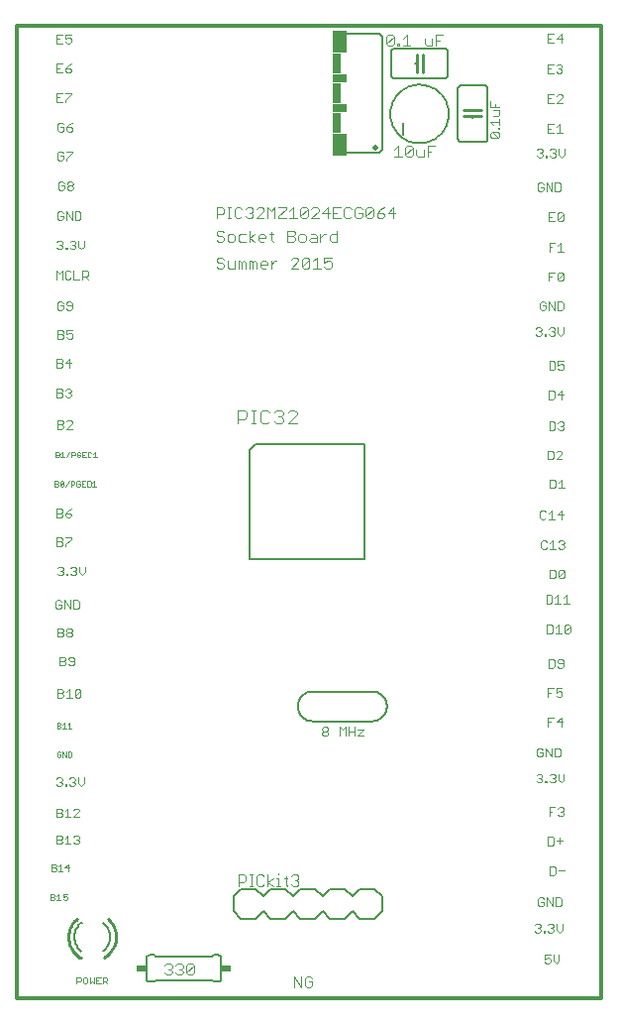
<source format=gto>
G75*
G70*
%OFA0B0*%
%FSLAX24Y24*%
%IPPOS*%
%LPD*%
%AMOC8*
5,1,8,0,0,1.08239X$1,22.5*
%
%ADD10C,0.0030*%
%ADD11C,0.0020*%
%ADD12C,0.0120*%
%ADD13C,0.0080*%
%ADD14C,0.0040*%
%ADD15C,0.0050*%
%ADD16C,0.0200*%
%ADD17C,0.0060*%
%ADD18R,0.0500X0.0750*%
%ADD19R,0.0300X0.0700*%
%ADD20R,0.0500X0.0300*%
%ADD21C,0.0100*%
%ADD22R,0.0340X0.0240*%
D10*
X001502Y005343D02*
X001647Y005343D01*
X001696Y005391D01*
X001696Y005439D01*
X001647Y005488D01*
X001502Y005488D01*
X001502Y005343D02*
X001502Y005633D01*
X001647Y005633D01*
X001696Y005584D01*
X001696Y005536D01*
X001647Y005488D01*
X001797Y005536D02*
X001894Y005633D01*
X001894Y005343D01*
X001990Y005343D02*
X001797Y005343D01*
X002092Y005391D02*
X002140Y005343D01*
X002237Y005343D01*
X002285Y005391D01*
X002285Y005439D01*
X002237Y005488D01*
X002188Y005488D01*
X002237Y005488D02*
X002285Y005536D01*
X002285Y005584D01*
X002237Y005633D01*
X002140Y005633D01*
X002092Y005584D01*
X002092Y006248D02*
X002285Y006442D01*
X002285Y006490D01*
X002237Y006538D01*
X002140Y006538D01*
X002092Y006490D01*
X001894Y006538D02*
X001894Y006248D01*
X001990Y006248D02*
X001797Y006248D01*
X001696Y006296D02*
X001647Y006248D01*
X001502Y006248D01*
X001502Y006538D01*
X001647Y006538D01*
X001696Y006490D01*
X001696Y006442D01*
X001647Y006393D01*
X001502Y006393D01*
X001647Y006393D02*
X001696Y006345D01*
X001696Y006296D01*
X001797Y006442D02*
X001894Y006538D01*
X002092Y006248D02*
X002285Y006248D01*
X002336Y007291D02*
X002432Y007388D01*
X002432Y007582D01*
X002239Y007582D02*
X002239Y007388D01*
X002336Y007291D01*
X002138Y007340D02*
X002089Y007291D01*
X001993Y007291D01*
X001944Y007340D01*
X001845Y007340D02*
X001845Y007291D01*
X001797Y007291D01*
X001797Y007340D01*
X001845Y007340D01*
X001696Y007340D02*
X001647Y007291D01*
X001551Y007291D01*
X001502Y007340D01*
X001599Y007436D02*
X001647Y007436D01*
X001696Y007388D01*
X001696Y007340D01*
X001647Y007436D02*
X001696Y007485D01*
X001696Y007533D01*
X001647Y007582D01*
X001551Y007582D01*
X001502Y007533D01*
X001944Y007533D02*
X001993Y007582D01*
X002089Y007582D01*
X002138Y007533D01*
X002138Y007485D01*
X002089Y007436D01*
X002138Y007388D01*
X002138Y007340D01*
X002089Y007436D02*
X002041Y007436D01*
X002030Y010264D02*
X001836Y010264D01*
X001933Y010264D02*
X001933Y010554D01*
X001836Y010457D01*
X001735Y010457D02*
X001687Y010409D01*
X001542Y010409D01*
X001687Y010409D02*
X001735Y010361D01*
X001735Y010312D01*
X001687Y010264D01*
X001542Y010264D01*
X001542Y010554D01*
X001687Y010554D01*
X001735Y010506D01*
X001735Y010457D01*
X002131Y010506D02*
X002179Y010554D01*
X002276Y010554D01*
X002324Y010506D01*
X002131Y010312D01*
X002179Y010264D01*
X002276Y010264D01*
X002324Y010312D01*
X002324Y010506D01*
X002131Y010506D02*
X002131Y010312D01*
X002060Y011346D02*
X001963Y011346D01*
X001915Y011395D01*
X001814Y011395D02*
X001765Y011346D01*
X001620Y011346D01*
X001620Y011637D01*
X001765Y011637D01*
X001814Y011588D01*
X001814Y011540D01*
X001765Y011492D01*
X001620Y011492D01*
X001765Y011492D02*
X001814Y011443D01*
X001814Y011395D01*
X001915Y011540D02*
X001963Y011492D01*
X002108Y011492D01*
X002108Y011588D02*
X002108Y011395D01*
X002060Y011346D01*
X001915Y011540D02*
X001915Y011588D01*
X001963Y011637D01*
X002060Y011637D01*
X002108Y011588D01*
X001981Y012311D02*
X001885Y012311D01*
X001836Y012359D01*
X001836Y012408D01*
X001885Y012456D01*
X001981Y012456D01*
X002030Y012408D01*
X002030Y012359D01*
X001981Y012311D01*
X001981Y012456D02*
X002030Y012505D01*
X002030Y012553D01*
X001981Y012601D01*
X001885Y012601D01*
X001836Y012553D01*
X001836Y012505D01*
X001885Y012456D01*
X001735Y012408D02*
X001735Y012359D01*
X001687Y012311D01*
X001542Y012311D01*
X001542Y012601D01*
X001687Y012601D01*
X001735Y012553D01*
X001735Y012505D01*
X001687Y012456D01*
X001542Y012456D01*
X001687Y012456D02*
X001735Y012408D01*
X001777Y013256D02*
X001777Y013546D01*
X001971Y013256D01*
X001971Y013546D01*
X002072Y013546D02*
X002072Y013256D01*
X002217Y013256D01*
X002265Y013304D01*
X002265Y013498D01*
X002217Y013546D01*
X002072Y013546D01*
X001676Y013498D02*
X001628Y013546D01*
X001531Y013546D01*
X001483Y013498D01*
X001483Y013304D01*
X001531Y013256D01*
X001628Y013256D01*
X001676Y013304D01*
X001676Y013401D01*
X001579Y013401D01*
X001590Y014378D02*
X001542Y014426D01*
X001590Y014378D02*
X001687Y014378D01*
X001735Y014426D01*
X001735Y014475D01*
X001687Y014523D01*
X001638Y014523D01*
X001687Y014523D02*
X001735Y014571D01*
X001735Y014620D01*
X001687Y014668D01*
X001590Y014668D01*
X001542Y014620D01*
X001836Y014426D02*
X001885Y014426D01*
X001885Y014378D01*
X001836Y014378D01*
X001836Y014426D01*
X001984Y014426D02*
X002032Y014378D01*
X002129Y014378D01*
X002177Y014426D01*
X002177Y014475D01*
X002129Y014523D01*
X002080Y014523D01*
X002129Y014523D02*
X002177Y014571D01*
X002177Y014620D01*
X002129Y014668D01*
X002032Y014668D01*
X001984Y014620D01*
X002278Y014668D02*
X002278Y014475D01*
X002375Y014378D01*
X002472Y014475D01*
X002472Y014668D01*
X001817Y015362D02*
X001817Y015411D01*
X002010Y015604D01*
X002010Y015652D01*
X001817Y015652D01*
X001715Y015604D02*
X001715Y015556D01*
X001667Y015507D01*
X001522Y015507D01*
X001522Y015362D02*
X001667Y015362D01*
X001715Y015411D01*
X001715Y015459D01*
X001667Y015507D01*
X001715Y015604D02*
X001667Y015652D01*
X001522Y015652D01*
X001522Y015362D01*
X001522Y016327D02*
X001667Y016327D01*
X001715Y016375D01*
X001715Y016424D01*
X001667Y016472D01*
X001522Y016472D01*
X001522Y016327D02*
X001522Y016617D01*
X001667Y016617D01*
X001715Y016569D01*
X001715Y016520D01*
X001667Y016472D01*
X001817Y016472D02*
X001913Y016569D01*
X002010Y016617D01*
X001962Y016472D02*
X001817Y016472D01*
X001817Y016375D01*
X001865Y016327D01*
X001962Y016327D01*
X002010Y016375D01*
X002010Y016424D01*
X001962Y016472D01*
X002030Y019299D02*
X001836Y019299D01*
X002030Y019493D01*
X002030Y019541D01*
X001981Y019589D01*
X001885Y019589D01*
X001836Y019541D01*
X001735Y019541D02*
X001735Y019493D01*
X001687Y019444D01*
X001542Y019444D01*
X001687Y019444D02*
X001735Y019396D01*
X001735Y019348D01*
X001687Y019299D01*
X001542Y019299D01*
X001542Y019589D01*
X001687Y019589D01*
X001735Y019541D01*
X001667Y020362D02*
X001522Y020362D01*
X001522Y020652D01*
X001667Y020652D01*
X001715Y020604D01*
X001715Y020556D01*
X001667Y020507D01*
X001522Y020507D01*
X001667Y020507D02*
X001715Y020459D01*
X001715Y020411D01*
X001667Y020362D01*
X001817Y020411D02*
X001865Y020362D01*
X001962Y020362D01*
X002010Y020411D01*
X002010Y020459D01*
X001962Y020507D01*
X001913Y020507D01*
X001962Y020507D02*
X002010Y020556D01*
X002010Y020604D01*
X001962Y020652D01*
X001865Y020652D01*
X001817Y020604D01*
X001962Y021366D02*
X001962Y021656D01*
X001817Y021511D01*
X002010Y021511D01*
X001715Y021463D02*
X001715Y021415D01*
X001667Y021366D01*
X001522Y021366D01*
X001522Y021656D01*
X001667Y021656D01*
X001715Y021608D01*
X001715Y021560D01*
X001667Y021511D01*
X001522Y021511D01*
X001667Y021511D02*
X001715Y021463D01*
X001706Y022331D02*
X001561Y022331D01*
X001561Y022621D01*
X001706Y022621D01*
X001755Y022573D01*
X001755Y022524D01*
X001706Y022476D01*
X001561Y022476D01*
X001706Y022476D02*
X001755Y022427D01*
X001755Y022379D01*
X001706Y022331D01*
X001856Y022379D02*
X001904Y022331D01*
X002001Y022331D01*
X002049Y022379D01*
X002049Y022476D01*
X002001Y022524D01*
X001953Y022524D01*
X001856Y022476D01*
X001856Y022621D01*
X002049Y022621D01*
X001981Y023295D02*
X002030Y023344D01*
X002030Y023537D01*
X001981Y023586D01*
X001885Y023586D01*
X001836Y023537D01*
X001836Y023489D01*
X001885Y023440D01*
X002030Y023440D01*
X001981Y023295D02*
X001885Y023295D01*
X001836Y023344D01*
X001735Y023344D02*
X001735Y023440D01*
X001638Y023440D01*
X001542Y023344D02*
X001542Y023537D01*
X001590Y023586D01*
X001687Y023586D01*
X001735Y023537D01*
X001735Y023344D02*
X001687Y023295D01*
X001590Y023295D01*
X001542Y023344D01*
X001502Y024339D02*
X001502Y024629D01*
X001599Y024532D01*
X001696Y024629D01*
X001696Y024339D01*
X001797Y024387D02*
X001845Y024339D01*
X001942Y024339D01*
X001990Y024387D01*
X002092Y024339D02*
X002092Y024629D01*
X001990Y024580D02*
X001942Y024629D01*
X001845Y024629D01*
X001797Y024580D01*
X001797Y024387D01*
X002092Y024339D02*
X002285Y024339D01*
X002386Y024339D02*
X002386Y024629D01*
X002531Y024629D01*
X002580Y024580D01*
X002580Y024484D01*
X002531Y024435D01*
X002386Y024435D01*
X002483Y024435D02*
X002580Y024339D01*
X002355Y025343D02*
X002452Y025439D01*
X002452Y025633D01*
X002259Y025633D02*
X002259Y025439D01*
X002355Y025343D01*
X002157Y025391D02*
X002157Y025439D01*
X002109Y025488D01*
X002061Y025488D01*
X002109Y025488D02*
X002157Y025536D01*
X002157Y025584D01*
X002109Y025633D01*
X002012Y025633D01*
X001964Y025584D01*
X001964Y025391D02*
X002012Y025343D01*
X002109Y025343D01*
X002157Y025391D01*
X001865Y025391D02*
X001865Y025343D01*
X001817Y025343D01*
X001817Y025391D01*
X001865Y025391D01*
X001715Y025391D02*
X001715Y025439D01*
X001667Y025488D01*
X001619Y025488D01*
X001667Y025488D02*
X001715Y025536D01*
X001715Y025584D01*
X001667Y025633D01*
X001570Y025633D01*
X001522Y025584D01*
X001522Y025391D02*
X001570Y025343D01*
X001667Y025343D01*
X001715Y025391D01*
X001687Y026327D02*
X001590Y026327D01*
X001542Y026375D01*
X001542Y026569D01*
X001590Y026617D01*
X001687Y026617D01*
X001735Y026569D01*
X001735Y026472D02*
X001638Y026472D01*
X001735Y026472D02*
X001735Y026375D01*
X001687Y026327D01*
X001836Y026327D02*
X001836Y026617D01*
X002030Y026327D01*
X002030Y026617D01*
X002131Y026617D02*
X002276Y026617D01*
X002324Y026569D01*
X002324Y026375D01*
X002276Y026327D01*
X002131Y026327D01*
X002131Y026617D01*
X002021Y027331D02*
X001924Y027331D01*
X001876Y027379D01*
X001876Y027427D01*
X001924Y027476D01*
X002021Y027476D01*
X002069Y027427D01*
X002069Y027379D01*
X002021Y027331D01*
X002021Y027476D02*
X002069Y027524D01*
X002069Y027573D01*
X002021Y027621D01*
X001924Y027621D01*
X001876Y027573D01*
X001876Y027524D01*
X001924Y027476D01*
X001774Y027476D02*
X001774Y027379D01*
X001726Y027331D01*
X001629Y027331D01*
X001581Y027379D01*
X001581Y027573D01*
X001629Y027621D01*
X001726Y027621D01*
X001774Y027573D01*
X001774Y027476D02*
X001678Y027476D01*
X001687Y028335D02*
X001590Y028335D01*
X001542Y028383D01*
X001542Y028577D01*
X001590Y028625D01*
X001687Y028625D01*
X001735Y028577D01*
X001735Y028480D02*
X001638Y028480D01*
X001735Y028480D02*
X001735Y028383D01*
X001687Y028335D01*
X001836Y028335D02*
X001836Y028383D01*
X002030Y028577D01*
X002030Y028625D01*
X001836Y028625D01*
X001904Y029299D02*
X002001Y029299D01*
X002049Y029348D01*
X002049Y029396D01*
X002001Y029444D01*
X001856Y029444D01*
X001856Y029348D01*
X001904Y029299D01*
X001856Y029444D02*
X001953Y029541D01*
X002049Y029589D01*
X001755Y029541D02*
X001706Y029589D01*
X001610Y029589D01*
X001561Y029541D01*
X001561Y029348D01*
X001610Y029299D01*
X001706Y029299D01*
X001755Y029348D01*
X001755Y029444D01*
X001658Y029444D01*
X001715Y030303D02*
X001522Y030303D01*
X001522Y030593D01*
X001715Y030593D01*
X001817Y030593D02*
X002010Y030593D01*
X002010Y030545D01*
X001817Y030352D01*
X001817Y030303D01*
X001619Y030448D02*
X001522Y030448D01*
X001522Y031287D02*
X001715Y031287D01*
X001817Y031336D02*
X001817Y031433D01*
X001962Y031433D01*
X002010Y031384D01*
X002010Y031336D01*
X001962Y031287D01*
X001865Y031287D01*
X001817Y031336D01*
X001817Y031433D02*
X001913Y031529D01*
X002010Y031578D01*
X001715Y031578D02*
X001522Y031578D01*
X001522Y031287D01*
X001522Y031433D02*
X001619Y031433D01*
X001522Y032272D02*
X001715Y032272D01*
X001817Y032320D02*
X001865Y032272D01*
X001962Y032272D01*
X002010Y032320D01*
X002010Y032417D01*
X001962Y032465D01*
X001913Y032465D01*
X001817Y032417D01*
X001817Y032562D01*
X002010Y032562D01*
X001715Y032562D02*
X001522Y032562D01*
X001522Y032272D01*
X001522Y032417D02*
X001619Y032417D01*
X006896Y026756D02*
X006896Y026386D01*
X006896Y026509D02*
X007081Y026509D01*
X007143Y026571D01*
X007143Y026694D01*
X007081Y026756D01*
X006896Y026756D01*
X007264Y026756D02*
X007388Y026756D01*
X007326Y026756D02*
X007326Y026386D01*
X007264Y026386D02*
X007388Y026386D01*
X007510Y026448D02*
X007571Y026386D01*
X007695Y026386D01*
X007757Y026448D01*
X007878Y026448D02*
X007940Y026386D01*
X008063Y026386D01*
X008125Y026448D01*
X008125Y026509D01*
X008063Y026571D01*
X008001Y026571D01*
X008063Y026571D02*
X008125Y026633D01*
X008125Y026694D01*
X008063Y026756D01*
X007940Y026756D01*
X007878Y026694D01*
X007757Y026694D02*
X007695Y026756D01*
X007571Y026756D01*
X007510Y026694D01*
X007510Y026448D01*
X007449Y025845D02*
X007326Y025845D01*
X007264Y025784D01*
X007264Y025660D01*
X007326Y025598D01*
X007449Y025598D01*
X007511Y025660D01*
X007511Y025784D01*
X007449Y025845D01*
X007633Y025784D02*
X007633Y025660D01*
X007694Y025598D01*
X007879Y025598D01*
X008001Y025598D02*
X008001Y025969D01*
X007879Y025845D02*
X007694Y025845D01*
X007633Y025784D01*
X008001Y025722D02*
X008186Y025845D01*
X008308Y025784D02*
X008308Y025660D01*
X008369Y025598D01*
X008493Y025598D01*
X008555Y025722D02*
X008308Y025722D01*
X008308Y025784D02*
X008369Y025845D01*
X008493Y025845D01*
X008555Y025784D01*
X008555Y025722D01*
X008676Y025845D02*
X008799Y025845D01*
X008738Y025907D02*
X008738Y025660D01*
X008799Y025598D01*
X008737Y024940D02*
X008737Y024693D01*
X008737Y024816D02*
X008861Y024940D01*
X008923Y024940D01*
X008616Y024878D02*
X008616Y024816D01*
X008369Y024816D01*
X008369Y024755D02*
X008369Y024878D01*
X008431Y024940D01*
X008554Y024940D01*
X008616Y024878D01*
X008554Y024693D02*
X008431Y024693D01*
X008369Y024755D01*
X008248Y024693D02*
X008248Y024878D01*
X008186Y024940D01*
X008124Y024878D01*
X008124Y024693D01*
X008001Y024693D02*
X008001Y024940D01*
X008063Y024940D01*
X008124Y024878D01*
X007879Y024878D02*
X007879Y024693D01*
X007756Y024693D02*
X007756Y024878D01*
X007818Y024940D01*
X007879Y024878D01*
X007756Y024878D02*
X007694Y024940D01*
X007633Y024940D01*
X007633Y024693D01*
X007511Y024693D02*
X007511Y024940D01*
X007264Y024940D02*
X007264Y024755D01*
X007326Y024693D01*
X007511Y024693D01*
X007143Y024755D02*
X007081Y024693D01*
X006958Y024693D01*
X006896Y024755D01*
X006958Y024878D02*
X007081Y024878D01*
X007143Y024816D01*
X007143Y024755D01*
X006958Y024878D02*
X006896Y024940D01*
X006896Y025002D01*
X006958Y025063D01*
X007081Y025063D01*
X007143Y025002D01*
X007081Y025598D02*
X006958Y025598D01*
X006896Y025660D01*
X006958Y025784D02*
X007081Y025784D01*
X007143Y025722D01*
X007143Y025660D01*
X007081Y025598D01*
X006958Y025784D02*
X006896Y025845D01*
X006896Y025907D01*
X006958Y025969D01*
X007081Y025969D01*
X007143Y025907D01*
X008001Y025722D02*
X008186Y025598D01*
X008246Y026386D02*
X008493Y026633D01*
X008493Y026694D01*
X008432Y026756D01*
X008308Y026756D01*
X008246Y026694D01*
X008246Y026386D02*
X008493Y026386D01*
X008615Y026386D02*
X008615Y026756D01*
X008738Y026633D01*
X008862Y026756D01*
X008862Y026386D01*
X008983Y026386D02*
X009230Y026386D01*
X009351Y026386D02*
X009598Y026386D01*
X009475Y026386D02*
X009475Y026756D01*
X009351Y026633D01*
X009230Y026694D02*
X008983Y026448D01*
X008983Y026386D01*
X008983Y026756D02*
X009230Y026756D01*
X009230Y026694D01*
X009720Y026694D02*
X009781Y026756D01*
X009905Y026756D01*
X009966Y026694D01*
X009720Y026448D01*
X009781Y026386D01*
X009905Y026386D01*
X009966Y026448D01*
X009966Y026694D01*
X010088Y026694D02*
X010150Y026756D01*
X010273Y026756D01*
X010335Y026694D01*
X010335Y026633D01*
X010088Y026386D01*
X010335Y026386D01*
X010456Y026571D02*
X010703Y026571D01*
X010825Y026571D02*
X010948Y026571D01*
X010825Y026386D02*
X011071Y026386D01*
X011193Y026448D02*
X011255Y026386D01*
X011378Y026386D01*
X011440Y026448D01*
X011561Y026448D02*
X011623Y026386D01*
X011746Y026386D01*
X011808Y026448D01*
X011808Y026571D01*
X011685Y026571D01*
X011808Y026694D02*
X011746Y026756D01*
X011623Y026756D01*
X011561Y026694D01*
X011561Y026448D01*
X011440Y026694D02*
X011378Y026756D01*
X011255Y026756D01*
X011193Y026694D01*
X011193Y026448D01*
X011071Y026756D02*
X010825Y026756D01*
X010825Y026386D01*
X010641Y026386D02*
X010641Y026756D01*
X010456Y026571D01*
X010395Y025845D02*
X010395Y025598D01*
X010273Y025598D02*
X010088Y025598D01*
X010026Y025660D01*
X010088Y025722D01*
X010273Y025722D01*
X010273Y025784D02*
X010273Y025598D01*
X010395Y025722D02*
X010518Y025845D01*
X010580Y025845D01*
X010702Y025784D02*
X010702Y025660D01*
X010763Y025598D01*
X010949Y025598D01*
X010949Y025969D01*
X010949Y025845D02*
X010763Y025845D01*
X010702Y025784D01*
X010273Y025784D02*
X010212Y025845D01*
X010088Y025845D01*
X009905Y025784D02*
X009905Y025660D01*
X009843Y025598D01*
X009720Y025598D01*
X009658Y025660D01*
X009658Y025784D01*
X009720Y025845D01*
X009843Y025845D01*
X009905Y025784D01*
X009537Y025845D02*
X009475Y025784D01*
X009290Y025784D01*
X009290Y025969D02*
X009475Y025969D01*
X009537Y025907D01*
X009537Y025845D01*
X009475Y025784D02*
X009537Y025722D01*
X009537Y025660D01*
X009475Y025598D01*
X009290Y025598D01*
X009290Y025969D01*
X009720Y026448D02*
X009720Y026694D01*
X009598Y025063D02*
X009474Y025063D01*
X009413Y025002D01*
X009598Y025063D02*
X009660Y025002D01*
X009660Y024940D01*
X009413Y024693D01*
X009660Y024693D01*
X009781Y024755D02*
X010028Y025002D01*
X010028Y024755D01*
X009966Y024693D01*
X009843Y024693D01*
X009781Y024755D01*
X009781Y025002D01*
X009843Y025063D01*
X009966Y025063D01*
X010028Y025002D01*
X010149Y024940D02*
X010273Y025063D01*
X010273Y024693D01*
X010396Y024693D02*
X010149Y024693D01*
X010518Y024755D02*
X010579Y024693D01*
X010703Y024693D01*
X010764Y024755D01*
X010764Y024878D01*
X010703Y024940D01*
X010641Y024940D01*
X010518Y024878D01*
X010518Y025063D01*
X010764Y025063D01*
X011991Y026386D02*
X011929Y026448D01*
X012176Y026694D01*
X012176Y026448D01*
X012115Y026386D01*
X011991Y026386D01*
X011929Y026448D02*
X011929Y026694D01*
X011991Y026756D01*
X012115Y026756D01*
X012176Y026694D01*
X012298Y026571D02*
X012483Y026571D01*
X012545Y026509D01*
X012545Y026448D01*
X012483Y026386D01*
X012359Y026386D01*
X012298Y026448D01*
X012298Y026571D01*
X012421Y026694D01*
X012545Y026756D01*
X012666Y026571D02*
X012913Y026571D01*
X012851Y026386D02*
X012851Y026756D01*
X012666Y026571D01*
X012891Y028452D02*
X013138Y028452D01*
X013015Y028452D02*
X013015Y028823D01*
X012891Y028699D01*
X013260Y028761D02*
X013260Y028514D01*
X013506Y028761D01*
X013506Y028514D01*
X013445Y028452D01*
X013321Y028452D01*
X013260Y028514D01*
X013260Y028761D02*
X013321Y028823D01*
X013445Y028823D01*
X013506Y028761D01*
X013628Y028699D02*
X013628Y028514D01*
X013690Y028452D01*
X013875Y028452D01*
X013875Y028699D01*
X013996Y028638D02*
X014120Y028638D01*
X013996Y028823D02*
X014243Y028823D01*
X013996Y028823D02*
X013996Y028452D01*
X016128Y029136D02*
X016128Y029233D01*
X016176Y029281D01*
X016370Y029088D01*
X016418Y029136D01*
X016418Y029233D01*
X016370Y029281D01*
X016176Y029281D01*
X016128Y029136D02*
X016176Y029088D01*
X016370Y029088D01*
X016370Y029382D02*
X016370Y029431D01*
X016418Y029431D01*
X016418Y029382D01*
X016370Y029382D01*
X016418Y029529D02*
X016418Y029723D01*
X016418Y029626D02*
X016128Y029626D01*
X016225Y029529D01*
X016225Y029824D02*
X016370Y029824D01*
X016418Y029872D01*
X016418Y030018D01*
X016225Y030018D01*
X016273Y030119D02*
X016273Y030216D01*
X016128Y030312D02*
X016128Y030119D01*
X016418Y030119D01*
X017732Y028723D02*
X017828Y028723D01*
X017877Y028675D01*
X017877Y028627D01*
X017828Y028578D01*
X017877Y028530D01*
X017877Y028481D01*
X017828Y028433D01*
X017732Y028433D01*
X017683Y028481D01*
X017780Y028578D02*
X017828Y028578D01*
X017732Y028723D02*
X017683Y028675D01*
X017978Y028481D02*
X018026Y028481D01*
X018026Y028433D01*
X017978Y028433D01*
X017978Y028481D01*
X018125Y028481D02*
X018174Y028433D01*
X018270Y028433D01*
X018319Y028481D01*
X018319Y028530D01*
X018270Y028578D01*
X018222Y028578D01*
X018270Y028578D02*
X018319Y028627D01*
X018319Y028675D01*
X018270Y028723D01*
X018174Y028723D01*
X018125Y028675D01*
X018420Y028723D02*
X018420Y028530D01*
X018517Y028433D01*
X018613Y028530D01*
X018613Y028723D01*
X018545Y029260D02*
X018352Y029260D01*
X018449Y029260D02*
X018449Y029550D01*
X018352Y029453D01*
X018251Y029550D02*
X018057Y029550D01*
X018057Y029260D01*
X018251Y029260D01*
X018154Y029405D02*
X018057Y029405D01*
X018057Y030264D02*
X018251Y030264D01*
X018352Y030264D02*
X018545Y030457D01*
X018545Y030506D01*
X018497Y030554D01*
X018400Y030554D01*
X018352Y030506D01*
X018251Y030554D02*
X018057Y030554D01*
X018057Y030264D01*
X018057Y030409D02*
X018154Y030409D01*
X018352Y030264D02*
X018545Y030264D01*
X018477Y031268D02*
X018381Y031268D01*
X018332Y031316D01*
X018231Y031268D02*
X018038Y031268D01*
X018038Y031558D01*
X018231Y031558D01*
X018332Y031510D02*
X018381Y031558D01*
X018477Y031558D01*
X018526Y031510D01*
X018526Y031461D01*
X018477Y031413D01*
X018526Y031364D01*
X018526Y031316D01*
X018477Y031268D01*
X018477Y031413D02*
X018429Y031413D01*
X018134Y031413D02*
X018038Y031413D01*
X018057Y032291D02*
X018251Y032291D01*
X018154Y032436D02*
X018057Y032436D01*
X018057Y032291D02*
X018057Y032582D01*
X018251Y032582D01*
X018352Y032436D02*
X018545Y032436D01*
X018497Y032291D02*
X018497Y032582D01*
X018352Y032436D01*
X018437Y027582D02*
X018292Y027582D01*
X018292Y027291D01*
X018437Y027291D01*
X018486Y027340D01*
X018486Y027533D01*
X018437Y027582D01*
X018191Y027582D02*
X018191Y027291D01*
X017998Y027582D01*
X017998Y027291D01*
X017896Y027340D02*
X017896Y027436D01*
X017800Y027436D01*
X017896Y027340D02*
X017848Y027291D01*
X017751Y027291D01*
X017703Y027340D01*
X017703Y027533D01*
X017751Y027582D01*
X017848Y027582D01*
X017896Y027533D01*
X018077Y026578D02*
X018077Y026287D01*
X018271Y026287D01*
X018372Y026336D02*
X018565Y026529D01*
X018565Y026336D01*
X018517Y026287D01*
X018420Y026287D01*
X018372Y026336D01*
X018372Y026529D01*
X018420Y026578D01*
X018517Y026578D01*
X018565Y026529D01*
X018271Y026578D02*
X018077Y026578D01*
X018077Y026433D02*
X018174Y026433D01*
X018097Y025554D02*
X018290Y025554D01*
X018391Y025457D02*
X018488Y025554D01*
X018488Y025264D01*
X018391Y025264D02*
X018585Y025264D01*
X018193Y025409D02*
X018097Y025409D01*
X018097Y025264D02*
X018097Y025554D01*
X018077Y024570D02*
X018271Y024570D01*
X018372Y024521D02*
X018420Y024570D01*
X018517Y024570D01*
X018565Y024521D01*
X018372Y024328D01*
X018420Y024280D01*
X018517Y024280D01*
X018565Y024328D01*
X018565Y024521D01*
X018372Y024521D02*
X018372Y024328D01*
X018174Y024425D02*
X018077Y024425D01*
X018077Y024280D02*
X018077Y024570D01*
X018076Y023586D02*
X018270Y023295D01*
X018270Y023586D01*
X018371Y023586D02*
X018516Y023586D01*
X018565Y023537D01*
X018565Y023344D01*
X018516Y023295D01*
X018371Y023295D01*
X018371Y023586D01*
X018076Y023586D02*
X018076Y023295D01*
X017975Y023344D02*
X017975Y023440D01*
X017879Y023440D01*
X017975Y023344D02*
X017927Y023295D01*
X017830Y023295D01*
X017782Y023344D01*
X017782Y023537D01*
X017830Y023586D01*
X017927Y023586D01*
X017975Y023537D01*
X018134Y022719D02*
X018231Y022719D01*
X018279Y022671D01*
X018279Y022623D01*
X018231Y022574D01*
X018279Y022526D01*
X018279Y022478D01*
X018231Y022429D01*
X018134Y022429D01*
X018086Y022478D01*
X017987Y022478D02*
X017987Y022429D01*
X017939Y022429D01*
X017939Y022478D01*
X017987Y022478D01*
X017837Y022478D02*
X017789Y022429D01*
X017692Y022429D01*
X017644Y022478D01*
X017741Y022574D02*
X017789Y022574D01*
X017837Y022526D01*
X017837Y022478D01*
X017789Y022574D02*
X017837Y022623D01*
X017837Y022671D01*
X017789Y022719D01*
X017692Y022719D01*
X017644Y022671D01*
X018086Y022671D02*
X018134Y022719D01*
X018183Y022574D02*
X018231Y022574D01*
X018381Y022526D02*
X018477Y022429D01*
X018574Y022526D01*
X018574Y022719D01*
X018381Y022719D02*
X018381Y022526D01*
X018391Y021578D02*
X018391Y021433D01*
X018488Y021481D01*
X018536Y021481D01*
X018585Y021433D01*
X018585Y021336D01*
X018536Y021287D01*
X018440Y021287D01*
X018391Y021336D01*
X018290Y021336D02*
X018290Y021529D01*
X018242Y021578D01*
X018097Y021578D01*
X018097Y021287D01*
X018242Y021287D01*
X018290Y021336D01*
X018391Y021578D02*
X018585Y021578D01*
X018517Y020593D02*
X018372Y020448D01*
X018565Y020448D01*
X018517Y020303D02*
X018517Y020593D01*
X018271Y020545D02*
X018271Y020352D01*
X018222Y020303D01*
X018077Y020303D01*
X018077Y020593D01*
X018222Y020593D01*
X018271Y020545D01*
X018242Y019550D02*
X018097Y019550D01*
X018097Y019260D01*
X018242Y019260D01*
X018290Y019308D01*
X018290Y019502D01*
X018242Y019550D01*
X018391Y019502D02*
X018440Y019550D01*
X018536Y019550D01*
X018585Y019502D01*
X018585Y019453D01*
X018536Y019405D01*
X018585Y019357D01*
X018585Y019308D01*
X018536Y019260D01*
X018440Y019260D01*
X018391Y019308D01*
X018488Y019405D02*
X018536Y019405D01*
X018477Y018566D02*
X018381Y018566D01*
X018332Y018517D01*
X018231Y018517D02*
X018183Y018566D01*
X018038Y018566D01*
X018038Y018276D01*
X018183Y018276D01*
X018231Y018324D01*
X018231Y018517D01*
X018477Y018566D02*
X018526Y018517D01*
X018526Y018469D01*
X018332Y018276D01*
X018526Y018276D01*
X018508Y017601D02*
X018411Y017505D01*
X018310Y017553D02*
X018262Y017601D01*
X018116Y017601D01*
X018116Y017311D01*
X018262Y017311D01*
X018310Y017359D01*
X018310Y017553D01*
X018508Y017601D02*
X018508Y017311D01*
X018411Y017311D02*
X018605Y017311D01*
X018516Y016558D02*
X018371Y016413D01*
X018565Y016413D01*
X018516Y016268D02*
X018516Y016558D01*
X018270Y016268D02*
X018076Y016268D01*
X018173Y016268D02*
X018173Y016558D01*
X018076Y016461D01*
X017975Y016510D02*
X017927Y016558D01*
X017830Y016558D01*
X017782Y016510D01*
X017782Y016316D01*
X017830Y016268D01*
X017927Y016268D01*
X017975Y016316D01*
X017966Y015554D02*
X017869Y015554D01*
X017821Y015506D01*
X017821Y015312D01*
X017869Y015264D01*
X017966Y015264D01*
X018015Y015312D01*
X018116Y015264D02*
X018309Y015264D01*
X018213Y015264D02*
X018213Y015554D01*
X018116Y015457D01*
X018015Y015506D02*
X017966Y015554D01*
X018410Y015506D02*
X018459Y015554D01*
X018556Y015554D01*
X018604Y015506D01*
X018604Y015457D01*
X018556Y015409D01*
X018604Y015361D01*
X018604Y015312D01*
X018556Y015264D01*
X018459Y015264D01*
X018410Y015312D01*
X018507Y015409D02*
X018556Y015409D01*
X018556Y014570D02*
X018605Y014521D01*
X018411Y014328D01*
X018459Y014280D01*
X018556Y014280D01*
X018605Y014328D01*
X018605Y014521D01*
X018556Y014570D02*
X018459Y014570D01*
X018411Y014521D01*
X018411Y014328D01*
X018310Y014328D02*
X018310Y014521D01*
X018262Y014570D01*
X018116Y014570D01*
X018116Y014280D01*
X018262Y014280D01*
X018310Y014328D01*
X018390Y013723D02*
X018390Y013433D01*
X018486Y013433D02*
X018293Y013433D01*
X018192Y013481D02*
X018192Y013675D01*
X018143Y013723D01*
X017998Y013723D01*
X017998Y013433D01*
X018143Y013433D01*
X018192Y013481D01*
X018293Y013627D02*
X018390Y013723D01*
X018588Y013627D02*
X018684Y013723D01*
X018684Y013433D01*
X018588Y013433D02*
X018781Y013433D01*
X018752Y012719D02*
X018801Y012671D01*
X018607Y012478D01*
X018656Y012429D01*
X018752Y012429D01*
X018801Y012478D01*
X018801Y012671D01*
X018752Y012719D02*
X018656Y012719D01*
X018607Y012671D01*
X018607Y012478D01*
X018506Y012429D02*
X018313Y012429D01*
X018409Y012429D02*
X018409Y012719D01*
X018313Y012623D01*
X018211Y012671D02*
X018211Y012478D01*
X018163Y012429D01*
X018018Y012429D01*
X018018Y012719D01*
X018163Y012719D01*
X018211Y012671D01*
X018222Y011558D02*
X018077Y011558D01*
X018077Y011268D01*
X018222Y011268D01*
X018271Y011316D01*
X018271Y011510D01*
X018222Y011558D01*
X018372Y011510D02*
X018372Y011461D01*
X018420Y011413D01*
X018565Y011413D01*
X018565Y011510D02*
X018517Y011558D01*
X018420Y011558D01*
X018372Y011510D01*
X018565Y011510D02*
X018565Y011316D01*
X018517Y011268D01*
X018420Y011268D01*
X018372Y011316D01*
X018332Y010574D02*
X018332Y010429D01*
X018429Y010477D01*
X018477Y010477D01*
X018526Y010429D01*
X018526Y010332D01*
X018477Y010284D01*
X018381Y010284D01*
X018332Y010332D01*
X018134Y010429D02*
X018038Y010429D01*
X018038Y010284D02*
X018038Y010574D01*
X018231Y010574D01*
X018332Y010574D02*
X018526Y010574D01*
X018497Y009589D02*
X018352Y009444D01*
X018545Y009444D01*
X018497Y009299D02*
X018497Y009589D01*
X018251Y009589D02*
X018057Y009589D01*
X018057Y009299D01*
X018057Y009444D02*
X018154Y009444D01*
X018171Y008566D02*
X018171Y008276D01*
X017978Y008566D01*
X017978Y008276D01*
X017877Y008324D02*
X017877Y008421D01*
X017780Y008421D01*
X017683Y008517D02*
X017683Y008324D01*
X017732Y008276D01*
X017828Y008276D01*
X017877Y008324D01*
X017877Y008517D02*
X017828Y008566D01*
X017732Y008566D01*
X017683Y008517D01*
X017712Y007700D02*
X017809Y007700D01*
X017857Y007651D01*
X017857Y007603D01*
X017809Y007555D01*
X017857Y007506D01*
X017857Y007458D01*
X017809Y007409D01*
X017712Y007409D01*
X017664Y007458D01*
X017760Y007555D02*
X017809Y007555D01*
X017664Y007651D02*
X017712Y007700D01*
X017958Y007458D02*
X018007Y007458D01*
X018007Y007409D01*
X017958Y007409D01*
X017958Y007458D01*
X018106Y007458D02*
X018154Y007409D01*
X018251Y007409D01*
X018299Y007458D01*
X018299Y007506D01*
X018251Y007555D01*
X018202Y007555D01*
X018251Y007555D02*
X018299Y007603D01*
X018299Y007651D01*
X018251Y007700D01*
X018154Y007700D01*
X018106Y007651D01*
X018400Y007700D02*
X018400Y007506D01*
X018497Y007409D01*
X018594Y007506D01*
X018594Y007700D01*
X018418Y008276D02*
X018273Y008276D01*
X018273Y008566D01*
X018418Y008566D01*
X018466Y008517D01*
X018466Y008324D01*
X018418Y008276D01*
X018440Y006578D02*
X018391Y006529D01*
X018440Y006578D02*
X018536Y006578D01*
X018585Y006529D01*
X018585Y006481D01*
X018536Y006433D01*
X018585Y006384D01*
X018585Y006336D01*
X018536Y006287D01*
X018440Y006287D01*
X018391Y006336D01*
X018488Y006433D02*
X018536Y006433D01*
X018290Y006578D02*
X018097Y006578D01*
X018097Y006287D01*
X018097Y006433D02*
X018193Y006433D01*
X018202Y005593D02*
X018057Y005593D01*
X018057Y005303D01*
X018202Y005303D01*
X018251Y005352D01*
X018251Y005545D01*
X018202Y005593D01*
X018352Y005448D02*
X018545Y005448D01*
X018449Y005352D02*
X018449Y005545D01*
X018262Y004589D02*
X018116Y004589D01*
X018116Y004299D01*
X018262Y004299D01*
X018310Y004348D01*
X018310Y004541D01*
X018262Y004589D01*
X018411Y004444D02*
X018605Y004444D01*
X018457Y003546D02*
X018312Y003546D01*
X018312Y003256D01*
X018457Y003256D01*
X018505Y003304D01*
X018505Y003498D01*
X018457Y003546D01*
X018211Y003546D02*
X018211Y003256D01*
X018017Y003546D01*
X018017Y003256D01*
X017916Y003304D02*
X017916Y003401D01*
X017819Y003401D01*
X017723Y003304D02*
X017771Y003256D01*
X017868Y003256D01*
X017916Y003304D01*
X017723Y003304D02*
X017723Y003498D01*
X017771Y003546D01*
X017868Y003546D01*
X017916Y003498D01*
X017750Y002660D02*
X017798Y002612D01*
X017798Y002564D01*
X017750Y002515D01*
X017798Y002467D01*
X017798Y002418D01*
X017750Y002370D01*
X017653Y002370D01*
X017605Y002418D01*
X017701Y002515D02*
X017750Y002515D01*
X017750Y002660D02*
X017653Y002660D01*
X017605Y002612D01*
X017899Y002418D02*
X017948Y002418D01*
X017948Y002370D01*
X017899Y002370D01*
X017899Y002418D01*
X018047Y002418D02*
X018095Y002370D01*
X018192Y002370D01*
X018240Y002418D01*
X018240Y002467D01*
X018192Y002515D01*
X018143Y002515D01*
X018192Y002515D02*
X018240Y002564D01*
X018240Y002612D01*
X018192Y002660D01*
X018095Y002660D01*
X018047Y002612D01*
X018341Y002660D02*
X018341Y002467D01*
X018438Y002370D01*
X018535Y002467D01*
X018535Y002660D01*
X018427Y001617D02*
X018427Y001424D01*
X018331Y001327D01*
X018234Y001424D01*
X018234Y001617D01*
X018133Y001617D02*
X017939Y001617D01*
X017939Y001472D01*
X018036Y001520D01*
X018084Y001520D01*
X018133Y001472D01*
X018133Y001375D01*
X018084Y001327D01*
X017988Y001327D01*
X017939Y001375D01*
X011831Y008984D02*
X011638Y008984D01*
X011831Y009178D01*
X011638Y009178D01*
X011536Y009129D02*
X011343Y009129D01*
X011343Y008984D02*
X011343Y009275D01*
X011242Y009275D02*
X011242Y008984D01*
X011048Y008984D02*
X011048Y009275D01*
X011145Y009178D01*
X011242Y009275D01*
X011536Y009275D02*
X011536Y008984D01*
X010652Y009033D02*
X010604Y008984D01*
X010507Y008984D01*
X010459Y009033D01*
X010459Y009081D01*
X010507Y009129D01*
X010604Y009129D01*
X010652Y009081D01*
X010652Y009033D01*
X010604Y009129D02*
X010652Y009178D01*
X010652Y009226D01*
X010604Y009275D01*
X010507Y009275D01*
X010459Y009226D01*
X010459Y009178D01*
X010507Y009129D01*
X009599Y004309D02*
X009661Y004248D01*
X009661Y004186D01*
X009599Y004124D01*
X009661Y004062D01*
X009661Y004001D01*
X009599Y003939D01*
X009476Y003939D01*
X009414Y004001D01*
X009292Y003939D02*
X009230Y004001D01*
X009230Y004248D01*
X009169Y004186D02*
X009292Y004186D01*
X009414Y004248D02*
X009476Y004309D01*
X009599Y004309D01*
X009599Y004124D02*
X009538Y004124D01*
X009047Y003939D02*
X008923Y003939D01*
X008985Y003939D02*
X008985Y004186D01*
X008923Y004186D01*
X008801Y004186D02*
X008616Y004062D01*
X008801Y003939D01*
X008616Y003939D02*
X008616Y004309D01*
X008495Y004248D02*
X008433Y004309D01*
X008310Y004309D01*
X008248Y004248D01*
X008248Y004001D01*
X008310Y003939D01*
X008433Y003939D01*
X008495Y004001D01*
X008126Y003939D02*
X008002Y003939D01*
X008064Y003939D02*
X008064Y004309D01*
X008002Y004309D02*
X008126Y004309D01*
X007881Y004248D02*
X007881Y004124D01*
X007819Y004062D01*
X007634Y004062D01*
X007634Y003939D02*
X007634Y004309D01*
X007819Y004309D01*
X007881Y004248D01*
X008985Y004309D02*
X008985Y004371D01*
X009506Y000892D02*
X009753Y000522D01*
X009753Y000892D01*
X009874Y000830D02*
X009874Y000583D01*
X009936Y000522D01*
X010060Y000522D01*
X010121Y000583D01*
X010121Y000707D01*
X009998Y000707D01*
X010121Y000830D02*
X010060Y000892D01*
X009936Y000892D01*
X009874Y000830D01*
X009506Y000892D02*
X009506Y000522D01*
X006133Y001010D02*
X006071Y000948D01*
X005948Y000948D01*
X005886Y001010D01*
X006133Y001257D01*
X006133Y001010D01*
X006133Y001257D02*
X006071Y001319D01*
X005948Y001319D01*
X005886Y001257D01*
X005886Y001010D01*
X005764Y001010D02*
X005703Y000948D01*
X005579Y000948D01*
X005518Y001010D01*
X005396Y001010D02*
X005334Y000948D01*
X005211Y000948D01*
X005149Y001010D01*
X005273Y001134D02*
X005334Y001134D01*
X005396Y001072D01*
X005396Y001010D01*
X005334Y001134D02*
X005396Y001195D01*
X005396Y001257D01*
X005334Y001319D01*
X005211Y001319D01*
X005149Y001257D01*
X005518Y001257D02*
X005579Y001319D01*
X005703Y001319D01*
X005764Y001257D01*
X005764Y001195D01*
X005703Y001134D01*
X005764Y001072D01*
X005764Y001010D01*
X005703Y001134D02*
X005641Y001134D01*
D11*
X003222Y000830D02*
X003222Y000757D01*
X003186Y000720D01*
X003075Y000720D01*
X003075Y000647D02*
X003075Y000867D01*
X003186Y000867D01*
X003222Y000830D01*
X003149Y000720D02*
X003222Y000647D01*
X003001Y000647D02*
X002854Y000647D01*
X002854Y000867D01*
X003001Y000867D01*
X002928Y000757D02*
X002854Y000757D01*
X002780Y000647D02*
X002780Y000867D01*
X002634Y000867D02*
X002634Y000647D01*
X002707Y000720D01*
X002780Y000647D01*
X002559Y000683D02*
X002559Y000830D01*
X002523Y000867D01*
X002449Y000867D01*
X002413Y000830D01*
X002413Y000683D01*
X002449Y000647D01*
X002523Y000647D01*
X002559Y000683D01*
X002338Y000757D02*
X002302Y000720D01*
X002192Y000720D01*
X002192Y000647D02*
X002192Y000867D01*
X002302Y000867D01*
X002338Y000830D01*
X002338Y000757D01*
X001844Y003448D02*
X001771Y003448D01*
X001735Y003484D01*
X001735Y003556D02*
X001807Y003592D01*
X001844Y003592D01*
X001880Y003556D01*
X001880Y003484D01*
X001844Y003448D01*
X001735Y003556D02*
X001735Y003664D01*
X001880Y003664D01*
X001662Y003448D02*
X001518Y003448D01*
X001590Y003448D02*
X001590Y003664D01*
X001518Y003592D01*
X001445Y003592D02*
X001409Y003556D01*
X001300Y003556D01*
X001300Y003448D02*
X001409Y003448D01*
X001445Y003484D01*
X001445Y003520D01*
X001409Y003556D01*
X001445Y003592D02*
X001445Y003628D01*
X001409Y003664D01*
X001300Y003664D01*
X001300Y003448D01*
X001359Y004432D02*
X001468Y004432D01*
X001504Y004468D01*
X001504Y004504D01*
X001468Y004540D01*
X001359Y004540D01*
X001359Y004432D02*
X001359Y004648D01*
X001468Y004648D01*
X001504Y004612D01*
X001504Y004576D01*
X001468Y004540D01*
X001577Y004576D02*
X001649Y004648D01*
X001649Y004432D01*
X001577Y004432D02*
X001721Y004432D01*
X001794Y004540D02*
X001939Y004540D01*
X001903Y004432D02*
X001903Y004648D01*
X001794Y004540D01*
X001836Y008271D02*
X001718Y008448D01*
X001718Y008271D01*
X001655Y008300D02*
X001655Y008359D01*
X001596Y008359D01*
X001655Y008300D02*
X001625Y008271D01*
X001566Y008271D01*
X001537Y008300D01*
X001537Y008418D01*
X001566Y008448D01*
X001625Y008448D01*
X001655Y008418D01*
X001836Y008448D02*
X001836Y008271D01*
X001899Y008271D02*
X001988Y008271D01*
X002017Y008300D01*
X002017Y008418D01*
X001988Y008448D01*
X001899Y008448D01*
X001899Y008271D01*
X001899Y009235D02*
X002017Y009235D01*
X001958Y009235D02*
X001958Y009412D01*
X001899Y009353D01*
X001836Y009235D02*
X001718Y009235D01*
X001777Y009235D02*
X001777Y009412D01*
X001718Y009353D01*
X001655Y009353D02*
X001625Y009324D01*
X001537Y009324D01*
X001625Y009324D02*
X001655Y009294D01*
X001655Y009265D01*
X001625Y009235D01*
X001537Y009235D01*
X001537Y009412D01*
X001625Y009412D01*
X001655Y009383D01*
X001655Y009353D01*
X001669Y017365D02*
X001639Y017395D01*
X001757Y017513D01*
X001757Y017395D01*
X001728Y017365D01*
X001669Y017365D01*
X001639Y017395D02*
X001639Y017513D01*
X001669Y017542D01*
X001728Y017542D01*
X001757Y017513D01*
X001820Y017365D02*
X001938Y017542D01*
X002002Y017542D02*
X002090Y017542D01*
X002120Y017513D01*
X002120Y017454D01*
X002090Y017424D01*
X002002Y017424D01*
X002002Y017365D02*
X002002Y017542D01*
X002183Y017513D02*
X002183Y017395D01*
X002212Y017365D01*
X002271Y017365D01*
X002301Y017395D01*
X002301Y017454D01*
X002242Y017454D01*
X002301Y017513D02*
X002271Y017542D01*
X002212Y017542D01*
X002183Y017513D01*
X002364Y017542D02*
X002364Y017365D01*
X002482Y017365D01*
X002545Y017365D02*
X002634Y017365D01*
X002663Y017395D01*
X002663Y017513D01*
X002634Y017542D01*
X002545Y017542D01*
X002545Y017365D01*
X002423Y017454D02*
X002364Y017454D01*
X002364Y017542D02*
X002482Y017542D01*
X002726Y017483D02*
X002785Y017542D01*
X002785Y017365D01*
X002726Y017365D02*
X002844Y017365D01*
X002864Y018349D02*
X002746Y018349D01*
X002805Y018349D02*
X002805Y018526D01*
X002746Y018467D01*
X002683Y018497D02*
X002653Y018526D01*
X002594Y018526D01*
X002565Y018497D01*
X002565Y018379D01*
X002594Y018349D01*
X002653Y018349D01*
X002683Y018379D01*
X002502Y018349D02*
X002384Y018349D01*
X002384Y018526D01*
X002502Y018526D01*
X002443Y018438D02*
X002384Y018438D01*
X002320Y018438D02*
X002261Y018438D01*
X002320Y018438D02*
X002320Y018379D01*
X002291Y018349D01*
X002232Y018349D01*
X002202Y018379D01*
X002202Y018497D01*
X002232Y018526D01*
X002291Y018526D01*
X002320Y018497D01*
X002139Y018497D02*
X002139Y018438D01*
X002110Y018408D01*
X002021Y018408D01*
X002021Y018349D02*
X002021Y018526D01*
X002110Y018526D01*
X002139Y018497D01*
X001958Y018526D02*
X001840Y018349D01*
X001777Y018349D02*
X001659Y018349D01*
X001718Y018349D02*
X001718Y018526D01*
X001659Y018467D01*
X001596Y018467D02*
X001596Y018497D01*
X001566Y018526D01*
X001478Y018526D01*
X001478Y018349D01*
X001566Y018349D01*
X001596Y018379D01*
X001596Y018408D01*
X001566Y018438D01*
X001478Y018438D01*
X001566Y018438D02*
X001596Y018467D01*
X001546Y017542D02*
X001576Y017513D01*
X001576Y017483D01*
X001546Y017454D01*
X001458Y017454D01*
X001458Y017542D02*
X001458Y017365D01*
X001546Y017365D01*
X001576Y017395D01*
X001576Y017424D01*
X001546Y017454D01*
X001546Y017542D02*
X001458Y017542D01*
D12*
X000168Y000170D02*
X019853Y000170D01*
X019853Y032847D01*
X000168Y032847D01*
X000168Y000170D01*
D13*
X007475Y003083D02*
X007725Y002833D01*
X008225Y002833D01*
X008475Y003083D01*
X008725Y002833D01*
X009225Y002833D01*
X009475Y003083D01*
X009725Y002833D01*
X010225Y002833D01*
X010475Y003083D01*
X010725Y002833D01*
X011225Y002833D01*
X011475Y003083D01*
X011725Y002833D01*
X012225Y002833D01*
X012475Y003083D01*
X012475Y003583D01*
X012225Y003833D01*
X011725Y003833D01*
X011475Y003583D01*
X011225Y003833D01*
X010725Y003833D01*
X010475Y003583D01*
X010225Y003833D01*
X009725Y003833D01*
X009475Y003583D01*
X009225Y003833D01*
X008725Y003833D01*
X008475Y003583D01*
X008225Y003833D01*
X007725Y003833D01*
X007475Y003583D01*
X007475Y003083D01*
X008023Y014916D02*
X008023Y018592D01*
X008204Y018774D01*
X011880Y018774D01*
X011880Y014916D01*
X008023Y014916D01*
X013181Y029191D02*
X013181Y029591D01*
X012747Y029891D02*
X012749Y029953D01*
X012755Y030016D01*
X012765Y030077D01*
X012779Y030138D01*
X012796Y030198D01*
X012817Y030257D01*
X012843Y030314D01*
X012871Y030369D01*
X012903Y030423D01*
X012939Y030474D01*
X012977Y030524D01*
X013019Y030570D01*
X013063Y030614D01*
X013111Y030655D01*
X013160Y030693D01*
X013212Y030727D01*
X013266Y030758D01*
X013322Y030786D01*
X013380Y030810D01*
X013439Y030831D01*
X013499Y030847D01*
X013560Y030860D01*
X013622Y030869D01*
X013684Y030874D01*
X013747Y030875D01*
X013809Y030872D01*
X013871Y030865D01*
X013933Y030854D01*
X013993Y030839D01*
X014053Y030821D01*
X014111Y030799D01*
X014168Y030773D01*
X014223Y030743D01*
X014276Y030710D01*
X014327Y030674D01*
X014375Y030635D01*
X014421Y030592D01*
X014464Y030547D01*
X014504Y030499D01*
X014541Y030449D01*
X014575Y030396D01*
X014606Y030342D01*
X014632Y030286D01*
X014656Y030228D01*
X014675Y030168D01*
X014691Y030108D01*
X014703Y030046D01*
X014711Y029985D01*
X014715Y029922D01*
X014715Y029860D01*
X014711Y029797D01*
X014703Y029736D01*
X014691Y029674D01*
X014675Y029614D01*
X014656Y029554D01*
X014632Y029496D01*
X014606Y029440D01*
X014575Y029386D01*
X014541Y029333D01*
X014504Y029283D01*
X014464Y029235D01*
X014421Y029190D01*
X014375Y029147D01*
X014327Y029108D01*
X014276Y029072D01*
X014223Y029039D01*
X014168Y029009D01*
X014111Y028983D01*
X014053Y028961D01*
X013993Y028943D01*
X013933Y028928D01*
X013871Y028917D01*
X013809Y028910D01*
X013747Y028907D01*
X013684Y028908D01*
X013622Y028913D01*
X013560Y028922D01*
X013499Y028935D01*
X013439Y028951D01*
X013380Y028972D01*
X013322Y028996D01*
X013266Y029024D01*
X013212Y029055D01*
X013160Y029089D01*
X013111Y029127D01*
X013063Y029168D01*
X013019Y029212D01*
X012977Y029258D01*
X012939Y029308D01*
X012903Y029359D01*
X012871Y029413D01*
X012843Y029468D01*
X012817Y029525D01*
X012796Y029584D01*
X012779Y029644D01*
X012765Y029705D01*
X012755Y029766D01*
X012749Y029829D01*
X012747Y029891D01*
D14*
X012806Y032183D02*
X012686Y032183D01*
X012626Y032243D01*
X012866Y032484D01*
X012866Y032243D01*
X012806Y032183D01*
X012994Y032183D02*
X013054Y032183D01*
X013054Y032243D01*
X012994Y032243D01*
X012994Y032183D01*
X013178Y032183D02*
X013418Y032183D01*
X013298Y032183D02*
X013298Y032544D01*
X013178Y032424D01*
X012866Y032484D02*
X012806Y032544D01*
X012686Y032544D01*
X012626Y032484D01*
X012626Y032243D01*
X013915Y032243D02*
X013975Y032183D01*
X014155Y032183D01*
X014155Y032424D01*
X014283Y032364D02*
X014403Y032364D01*
X014283Y032544D02*
X014523Y032544D01*
X014283Y032544D02*
X014283Y032183D01*
X013915Y032243D02*
X013915Y032424D01*
X009527Y019938D02*
X009374Y019938D01*
X009297Y019861D01*
X009143Y019861D02*
X009143Y019784D01*
X009067Y019707D01*
X009143Y019631D01*
X009143Y019554D01*
X009067Y019477D01*
X008913Y019477D01*
X008837Y019554D01*
X008683Y019554D02*
X008606Y019477D01*
X008453Y019477D01*
X008376Y019554D01*
X008376Y019861D01*
X008453Y019938D01*
X008606Y019938D01*
X008683Y019861D01*
X008837Y019861D02*
X008913Y019938D01*
X009067Y019938D01*
X009143Y019861D01*
X009067Y019707D02*
X008990Y019707D01*
X009297Y019477D02*
X009604Y019784D01*
X009604Y019861D01*
X009527Y019938D01*
X009604Y019477D02*
X009297Y019477D01*
X008223Y019477D02*
X008069Y019477D01*
X008146Y019477D02*
X008146Y019938D01*
X008069Y019938D02*
X008223Y019938D01*
X007916Y019861D02*
X007916Y019707D01*
X007839Y019631D01*
X007609Y019631D01*
X007609Y019477D02*
X007609Y019938D01*
X007839Y019938D01*
X007916Y019861D01*
D15*
X010133Y010473D02*
X012133Y010473D01*
X012177Y010471D01*
X012220Y010465D01*
X012262Y010456D01*
X012304Y010443D01*
X012344Y010426D01*
X012383Y010406D01*
X012420Y010383D01*
X012454Y010356D01*
X012487Y010327D01*
X012516Y010294D01*
X012543Y010260D01*
X012566Y010223D01*
X012586Y010184D01*
X012603Y010144D01*
X012616Y010102D01*
X012625Y010060D01*
X012631Y010017D01*
X012633Y009973D01*
X012631Y009929D01*
X012625Y009886D01*
X012616Y009844D01*
X012603Y009802D01*
X012586Y009762D01*
X012566Y009723D01*
X012543Y009686D01*
X012516Y009652D01*
X012487Y009619D01*
X012454Y009590D01*
X012420Y009563D01*
X012383Y009540D01*
X012344Y009520D01*
X012304Y009503D01*
X012262Y009490D01*
X012220Y009481D01*
X012177Y009475D01*
X012133Y009473D01*
X010133Y009473D01*
X010089Y009475D01*
X010046Y009481D01*
X010004Y009490D01*
X009962Y009503D01*
X009922Y009520D01*
X009883Y009540D01*
X009846Y009563D01*
X009812Y009590D01*
X009779Y009619D01*
X009750Y009652D01*
X009723Y009686D01*
X009700Y009723D01*
X009680Y009762D01*
X009663Y009802D01*
X009650Y009844D01*
X009641Y009886D01*
X009635Y009929D01*
X009633Y009973D01*
X009635Y010017D01*
X009641Y010060D01*
X009650Y010102D01*
X009663Y010144D01*
X009680Y010184D01*
X009700Y010223D01*
X009723Y010260D01*
X009750Y010294D01*
X009779Y010327D01*
X009812Y010356D01*
X009846Y010383D01*
X009883Y010406D01*
X009922Y010426D01*
X009962Y010443D01*
X010004Y010456D01*
X010046Y010465D01*
X010089Y010471D01*
X010133Y010473D01*
D16*
X012250Y028767D03*
D17*
X012390Y028587D02*
X011240Y028587D01*
X012390Y028587D02*
X012490Y028687D01*
X012490Y032487D01*
X012390Y032587D01*
X011240Y032587D01*
X012781Y031995D02*
X012781Y031195D01*
X012783Y031178D01*
X012787Y031161D01*
X012794Y031145D01*
X012804Y031131D01*
X012817Y031118D01*
X012831Y031108D01*
X012847Y031101D01*
X012864Y031097D01*
X012881Y031095D01*
X014581Y031095D01*
X014598Y031097D01*
X014615Y031101D01*
X014631Y031108D01*
X014645Y031118D01*
X014658Y031131D01*
X014668Y031145D01*
X014675Y031161D01*
X014679Y031178D01*
X014681Y031195D01*
X014681Y031995D01*
X014679Y032012D01*
X014675Y032029D01*
X014668Y032045D01*
X014658Y032059D01*
X014645Y032072D01*
X014631Y032082D01*
X014615Y032089D01*
X014598Y032093D01*
X014581Y032095D01*
X012881Y032095D01*
X012864Y032093D01*
X012847Y032089D01*
X012831Y032082D01*
X012817Y032072D01*
X012804Y032059D01*
X012794Y032045D01*
X012787Y032029D01*
X012783Y032012D01*
X012781Y031995D01*
X013581Y031595D02*
X013631Y031595D01*
X013831Y031595D02*
X013881Y031595D01*
X015027Y030760D02*
X015027Y029060D01*
X015029Y029043D01*
X015033Y029026D01*
X015040Y029010D01*
X015050Y028996D01*
X015063Y028983D01*
X015077Y028973D01*
X015093Y028966D01*
X015110Y028962D01*
X015127Y028960D01*
X015927Y028960D01*
X015944Y028962D01*
X015961Y028966D01*
X015977Y028973D01*
X015991Y028983D01*
X016004Y028996D01*
X016014Y029010D01*
X016021Y029026D01*
X016025Y029043D01*
X016027Y029060D01*
X016027Y030760D01*
X016025Y030777D01*
X016021Y030794D01*
X016014Y030810D01*
X016004Y030824D01*
X015991Y030837D01*
X015977Y030847D01*
X015961Y030854D01*
X015944Y030858D01*
X015927Y030860D01*
X015127Y030860D01*
X015110Y030858D01*
X015093Y030854D01*
X015077Y030847D01*
X015063Y030837D01*
X015050Y030824D01*
X015040Y030810D01*
X015033Y030794D01*
X015029Y030777D01*
X015027Y030760D01*
X015527Y030060D02*
X015527Y030010D01*
X015527Y029810D02*
X015527Y029760D01*
X003316Y002217D02*
X003314Y002172D01*
X003309Y002126D01*
X003301Y002082D01*
X003289Y002038D01*
X003273Y001995D01*
X003255Y001953D01*
X003233Y001913D01*
X003209Y001875D01*
X003182Y001839D01*
X003152Y001804D01*
X003119Y001773D01*
X003084Y001743D01*
X003316Y002217D02*
X003314Y002262D01*
X003309Y002308D01*
X003301Y002352D01*
X003289Y002396D01*
X003273Y002439D01*
X003255Y002481D01*
X003233Y002521D01*
X003209Y002559D01*
X003182Y002595D01*
X003152Y002630D01*
X003119Y002661D01*
X003084Y002691D01*
X002116Y002217D02*
X002118Y002171D01*
X002123Y002125D01*
X002132Y002079D01*
X002144Y002034D01*
X002160Y001991D01*
X002179Y001949D01*
X002202Y001908D01*
X002227Y001869D01*
X002255Y001833D01*
X002286Y001798D01*
X002320Y001766D01*
X002356Y001737D01*
X002116Y002217D02*
X002118Y002264D01*
X002124Y002312D01*
X002133Y002358D01*
X002146Y002404D01*
X002162Y002448D01*
X002182Y002492D01*
X002206Y002533D01*
X002232Y002572D01*
X002262Y002609D01*
X002295Y002644D01*
X002330Y002676D01*
X002367Y002705D01*
X004548Y001512D02*
X004548Y000812D01*
X004550Y000795D01*
X004554Y000778D01*
X004561Y000762D01*
X004571Y000748D01*
X004584Y000735D01*
X004598Y000725D01*
X004614Y000718D01*
X004631Y000714D01*
X004648Y000712D01*
X004798Y000712D01*
X004848Y000762D01*
X006748Y000762D01*
X006798Y000712D01*
X006948Y000712D01*
X006965Y000714D01*
X006982Y000718D01*
X006998Y000725D01*
X007012Y000735D01*
X007025Y000748D01*
X007035Y000762D01*
X007042Y000778D01*
X007046Y000795D01*
X007048Y000812D01*
X007048Y001512D01*
X007046Y001529D01*
X007042Y001546D01*
X007035Y001562D01*
X007025Y001576D01*
X007012Y001589D01*
X006998Y001599D01*
X006982Y001606D01*
X006965Y001610D01*
X006948Y001612D01*
X006798Y001612D01*
X006748Y001562D01*
X004848Y001562D01*
X004798Y001612D01*
X004648Y001612D01*
X004631Y001610D01*
X004614Y001606D01*
X004598Y001599D01*
X004584Y001589D01*
X004571Y001576D01*
X004561Y001562D01*
X004554Y001546D01*
X004550Y001529D01*
X004548Y001512D01*
D18*
X011040Y028862D03*
X011040Y032312D03*
D19*
X010940Y031587D03*
X010940Y030587D03*
X010940Y029587D03*
D20*
X011040Y030087D03*
X011040Y031087D03*
D21*
X013631Y031295D02*
X013631Y031595D01*
X013631Y031895D01*
X013831Y031895D02*
X013831Y031595D01*
X013831Y031295D01*
X015227Y030010D02*
X015527Y030010D01*
X015827Y030010D01*
X015827Y029810D02*
X015527Y029810D01*
X015227Y029810D01*
X001916Y002217D02*
X001918Y002163D01*
X001923Y002109D01*
X001932Y002056D01*
X001945Y002003D01*
X001961Y001952D01*
X001981Y001902D01*
X002004Y001853D01*
X002030Y001805D01*
X002059Y001760D01*
X002092Y001717D01*
X002127Y001676D01*
X002165Y001637D01*
X002205Y001601D01*
X002248Y001568D01*
X002293Y001538D01*
X002340Y001511D01*
X003113Y001522D02*
X003161Y001552D01*
X003206Y001585D01*
X003249Y001621D01*
X003290Y001659D01*
X003327Y001701D01*
X003362Y001745D01*
X003393Y001791D01*
X003422Y001840D01*
X003446Y001890D01*
X003467Y001942D01*
X003485Y001996D01*
X003498Y002050D01*
X003508Y002105D01*
X003514Y002161D01*
X003516Y002217D01*
X003514Y002270D01*
X003509Y002324D01*
X003500Y002376D01*
X003488Y002428D01*
X003472Y002479D01*
X003453Y002529D01*
X003430Y002578D01*
X003404Y002625D01*
X003376Y002670D01*
X003344Y002713D01*
X003310Y002753D01*
X003272Y002792D01*
X003233Y002828D01*
X002204Y002832D02*
X002164Y002796D01*
X002126Y002757D01*
X002091Y002716D01*
X002059Y002673D01*
X002029Y002628D01*
X002003Y002581D01*
X001981Y002532D01*
X001961Y002481D01*
X001945Y002430D01*
X001932Y002378D01*
X001923Y002324D01*
X001918Y002271D01*
X001916Y002217D01*
D22*
X004378Y001162D03*
X007218Y001162D03*
M02*

</source>
